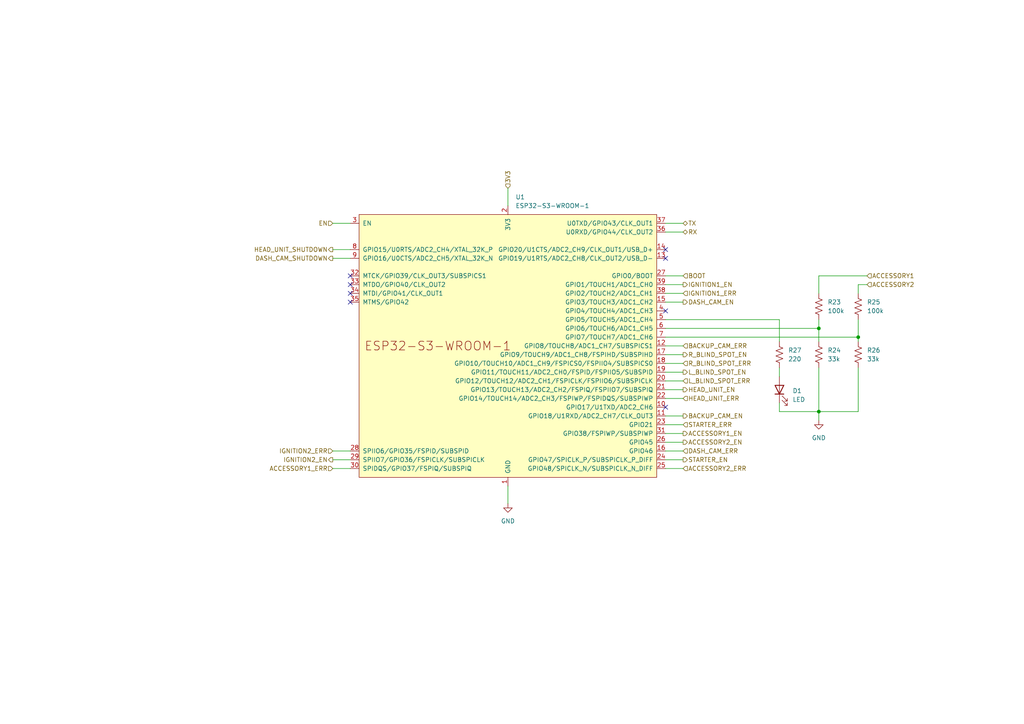
<source format=kicad_sch>
(kicad_sch (version 20230121) (generator eeschema)
  (paper "A4")
  (title_block (title "Control Module") (date "2023-11-22") (company "J2B") (comment 1 "Author: Ben Martens"))
  (lib_symbols
    (symbol "Device:LED" (pin_numbers hide) (pin_names (offset 1.016) hide)
      (property "Reference" "D" (at 0 2.54 0))
      (property "Value" "LED" (at 0 -2.54 0))
      (symbol "LED_0_1"
        (polyline (pts (xy -1.27 -1.27) (xy -1.27 1.27)) (stroke (width 0.254)))
        (polyline (pts (xy -1.27 0) (xy 1.27 0)))
        (polyline (pts (xy 1.27 -1.27) (xy 1.27 1.27) (xy -1.27 0) (xy 1.27 -1.27)) (stroke (width 0.254)))
        (polyline (pts (xy -3.048 -0.762) (xy -4.572 -2.286) (xy -3.81 -2.286) (xy -4.572 -2.286) (xy -4.572 -1.524)))
        (polyline (pts (xy -1.778 -0.762) (xy -3.302 -2.286) (xy -2.54 -2.286) (xy -3.302 -2.286) (xy -3.302 -1.524)))
      )
      (symbol "LED_1_1"
        (pin passive line (at -3.81 0 0) (length 2.54) (name "K") (number "1"))
        (pin passive line (at 3.81 0 180) (length 2.54) (name "A") (number "2"))
      )
    )
    (symbol "Device:R_US" (pin_numbers hide) (pin_names (offset 0))
      (property "Reference" "R" (at 2.54 0 90))
      (property "Value" "R_US" (at -2.54 0 90))
      (symbol "R_US_0_1"
        (polyline (pts (xy 0 -2.286) (xy 0 -2.54)))
        (polyline (pts (xy 0 2.286) (xy 0 2.54)))
        (polyline (pts (xy 0 -0.762) (xy 1.016 -1.143) (xy 0 -1.524) (xy -1.016 -1.905) (xy 0 -2.286)))
        (polyline (pts (xy 0 0.762) (xy 1.016 0.381) (xy 0 0) (xy -1.016 -0.381) (xy 0 -0.762)))
        (polyline (pts (xy 0 2.286) (xy 1.016 1.905) (xy 0 1.524) (xy -1.016 1.143) (xy 0 0.762)))
      )
      (symbol "R_US_1_1"
        (pin passive line (at 0 3.81 270) (length 1.27) (name "~") (number "1"))
        (pin passive line (at 0 -3.81 90) (length 1.27) (name "~") (number "2"))
      )
    )
    (symbol "PCM_Espressif:ESP32-S3-WROOM-1" (pin_names (offset 1.016))
      (property "Reference" "U" (at -43.18 43.18 0))
      (property "Value" "ESP32-S3-WROOM-1" (at -43.18 40.64 0))
      (symbol "ESP32-S3-WROOM-1_0_0"
        (text "ESP32-S3-WROOM-1" (at -20.32 0 0) (effects (font (size 2.54 2.54))))
        (pin power_in line (at 0 -40.64 90) (length 2.54) (name "GND") (number "1"))
        (pin bidirectional line (at 45.72 -17.78 180) (length 2.54) (name "GPIO17/U1TXD/ADC2_CH6") (number "10"))
        (pin bidirectional line (at 45.72 -20.32 180) (length 2.54) (name "GPIO18/U1RXD/ADC2_CH7/CLK_OUT3") (number "11"))
        (pin bidirectional line (at 45.72 0 180) (length 2.54) (name "GPIO8/TOUCH8/ADC1_CH7/SUBSPICS1") (number "12"))
        (pin bidirectional line (at 45.72 25.4 180) (length 2.54) (name "GPIO19/U1RTS/ADC2_CH8/CLK_OUT2/USB_D-") (number "13"))
        (pin bidirectional line (at 45.72 27.94 180) (length 2.54) (name "GPIO20/U1CTS/ADC2_CH9/CLK_OUT1/USB_D+") (number "14"))
        (pin bidirectional line (at 45.72 12.7 180) (length 2.54) (name "GPIO3/TOUCH3/ADC1_CH2") (number "15"))
        (pin bidirectional line (at 45.72 -30.48 180) (length 2.54) (name "GPIO46") (number "16"))
        (pin bidirectional line (at 45.72 -2.54 180) (length 2.54) (name "GPIO9/TOUCH9/ADC1_CH8/FSPIHD/SUBSPIHD") (number "17"))
        (pin bidirectional line (at 45.72 -5.08 180) (length 2.54) (name "GPIO10/TOUCH10/ADC1_CH9/FSPICS0/FSPIIO4/SUBSPICS0") (number "18"))
        (pin bidirectional line (at 45.72 -7.62 180) (length 2.54) (name "GPIO11/TOUCH11/ADC2_CH0/FSPID/FSPIIO5/SUBSPID") (number "19"))
        (pin power_in line (at 0 40.64 270) (length 2.54) (name "3V3") (number "2"))
        (pin bidirectional line (at 45.72 -10.16 180) (length 2.54) (name "GPIO12/TOUCH12/ADC2_CH1/FSPICLK/FSPIIO6/SUBSPICLK") (number "20"))
        (pin bidirectional line (at 45.72 -12.7 180) (length 2.54) (name "GPIO13/TOUCH13/ADC2_CH2/FSPIQ/FSPIIO7/SUBSPIQ") (number "21"))
        (pin bidirectional line (at 45.72 -15.24 180) (length 2.54) (name "GPIO14/TOUCH14/ADC2_CH3/FSPIWP/FSPIDQS/SUBSPIWP") (number "22"))
        (pin bidirectional line (at 45.72 -22.86 180) (length 2.54) (name "GPIO21") (number "23"))
        (pin bidirectional line (at 45.72 -33.02 180) (length 2.54) (name "GPIO47/SPICLK_P/SUBSPICLK_P_DIFF") (number "24"))
        (pin bidirectional line (at 45.72 -35.56 180) (length 2.54) (name "GPIO48/SPICLK_N/SUBSPICLK_N_DIFF") (number "25"))
        (pin bidirectional line (at 45.72 -27.94 180) (length 2.54) (name "GPIO45") (number "26"))
        (pin bidirectional line (at 45.72 20.32 180) (length 2.54) (name "GPIO0/BOOT") (number "27"))
        (pin bidirectional line (at -45.72 -30.48 0) (length 2.54) (name "SPIIO6/GPIO35/FSPID/SUBSPID") (number "28"))
        (pin bidirectional line (at -45.72 -33.02 0) (length 2.54) (name "SPIIO7/GPIO36/FSPICLK/SUBSPICLK") (number "29"))
        (pin input line (at -45.72 35.56 0) (length 2.54) (name "EN") (number "3"))
        (pin bidirectional line (at -45.72 -35.56 0) (length 2.54) (name "SPIDQS/GPIO37/FSPIQ/SUBSPIQ") (number "30"))
        (pin bidirectional line (at 45.72 -25.4 180) (length 2.54) (name "GPIO38/FSPIWP/SUBSPIWP") (number "31"))
        (pin bidirectional line (at -45.72 20.32 0) (length 2.54) (name "MTCK/GPIO39/CLK_OUT3/SUBSPICS1") (number "32"))
        (pin bidirectional line (at -45.72 17.78 0) (length 2.54) (name "MTDO/GPIO40/CLK_OUT2") (number "33"))
        (pin bidirectional line (at -45.72 15.24 0) (length 2.54) (name "MTDI/GPIO41/CLK_OUT1") (number "34"))
        (pin bidirectional line (at -45.72 12.7 0) (length 2.54) (name "MTMS/GPIO42") (number "35"))
        (pin bidirectional line (at 45.72 33.02 180) (length 2.54) (name "U0RXD/GPIO44/CLK_OUT2") (number "36"))
        (pin bidirectional line (at 45.72 35.56 180) (length 2.54) (name "U0TXD/GPIO43/CLK_OUT1") (number "37"))
        (pin bidirectional line (at 45.72 15.24 180) (length 2.54) (name "GPIO2/TOUCH2/ADC1_CH1") (number "38"))
        (pin bidirectional line (at 45.72 17.78 180) (length 2.54) (name "GPIO1/TOUCH1/ADC1_CH0") (number "39"))
        (pin bidirectional line (at 45.72 10.16 180) (length 2.54) (name "GPIO4/TOUCH4/ADC1_CH3") (number "4"))
        (pin passive line (at 0 -40.64 90) (length 2.54) hide (name "GND") (number "40"))
        (pin passive line (at 0 -40.64 90) (length 2.54) hide (name "GND") (number "41"))
        (pin bidirectional line (at 45.72 7.62 180) (length 2.54) (name "GPIO5/TOUCH5/ADC1_CH4") (number "5"))
        (pin bidirectional line (at 45.72 5.08 180) (length 2.54) (name "GPIO6/TOUCH6/ADC1_CH5") (number "6"))
        (pin bidirectional line (at 45.72 2.54 180) (length 2.54) (name "GPIO7/TOUCH7/ADC1_CH6") (number "7"))
        (pin bidirectional line (at -45.72 27.94 0) (length 2.54) (name "GPIO15/U0RTS/ADC2_CH4/XTAL_32K_P") (number "8"))
        (pin bidirectional line (at -45.72 25.4 0) (length 2.54) (name "GPIO16/U0CTS/ADC2_CH5/XTAL_32K_N") (number "9"))
      )
      (symbol "ESP32-S3-WROOM-1_0_1"
        (rectangle (start -43.18 38.1) (end 43.18 -38.1) (fill (type background)))
      )
    )
    (symbol "power:GND" (power) (pin_names (offset 0))
      (property "Value" "GND" (at 0 -3.81 0))
      (symbol "GND_0_1"
        (polyline (pts (xy 0 0) (xy 0 -1.27) (xy 1.27 -1.27) (xy 0 -2.54) (xy -1.27 -1.27) (xy 0 -1.27)))
      )
      (symbol "GND_1_1"
        (pin power_in line (at 0 0 270) (length 0) hide (name "GND") (number "1"))
      )
    )
  )
  (junction (at 237.49 119.38))
  (junction (at 237.49 95.25))
  (junction (at 248.92 97.79))
  (no_connect (at 101.6 87.63))
  (no_connect (at 193.04 72.39))
  (no_connect (at 193.04 74.93))
  (no_connect (at 101.6 85.09))
  (no_connect (at 193.04 118.11))
  (no_connect (at 193.04 90.17))
  (no_connect (at 101.6 82.55))
  (no_connect (at 101.6 80.01))
  (wire (pts (xy 248.92 92.71) (xy 248.92 97.79)))
  (wire (pts (xy 96.52 130.81) (xy 101.6 130.81)))
  (wire (pts (xy 193.04 133.35) (xy 198.12 133.35)))
  (wire (pts (xy 147.32 140.97) (xy 147.32 146.05)))
  (wire (pts (xy 248.92 106.68) (xy 248.92 119.38)))
  (wire (pts (xy 96.52 74.93) (xy 101.6 74.93)))
  (wire (pts (xy 193.04 92.71) (xy 226.06 92.71)))
  (wire (pts (xy 193.04 64.77) (xy 198.12 64.77)))
  (wire (pts (xy 193.04 107.95) (xy 198.12 107.95)))
  (wire (pts (xy 193.04 128.27) (xy 198.12 128.27)))
  (wire (pts (xy 193.04 105.41) (xy 198.12 105.41)))
  (wire (pts (xy 193.04 102.87) (xy 198.12 102.87)))
  (wire (pts (xy 193.04 125.73) (xy 198.12 125.73)))
  (wire (pts (xy 193.04 110.49) (xy 198.12 110.49)))
  (wire (pts (xy 193.04 82.55) (xy 198.12 82.55)))
  (wire (pts (xy 226.06 92.71) (xy 226.06 99.06)))
  (wire (pts (xy 193.04 85.09) (xy 198.12 85.09)))
  (wire (pts (xy 226.06 116.84) (xy 226.06 119.38)))
  (wire (pts (xy 193.04 123.19) (xy 198.12 123.19)))
  (wire (pts (xy 193.04 135.89) (xy 198.12 135.89)))
  (wire (pts (xy 237.49 80.01) (xy 251.46 80.01)))
  (wire (pts (xy 193.04 115.57) (xy 198.12 115.57)))
  (wire (pts (xy 193.04 113.03) (xy 198.12 113.03)))
  (wire (pts (xy 96.52 72.39) (xy 101.6 72.39)))
  (wire (pts (xy 193.04 95.25) (xy 237.49 95.25)))
  (wire (pts (xy 193.04 87.63) (xy 198.12 87.63)))
  (wire (pts (xy 237.49 85.09) (xy 237.49 80.01)))
  (wire (pts (xy 96.52 135.89) (xy 101.6 135.89)))
  (wire (pts (xy 96.52 64.77) (xy 101.6 64.77)))
  (wire (pts (xy 193.04 130.81) (xy 198.12 130.81)))
  (wire (pts (xy 237.49 106.68) (xy 237.49 119.38)))
  (wire (pts (xy 237.49 92.71) (xy 237.49 95.25)))
  (wire (pts (xy 248.92 85.09) (xy 248.92 82.55)))
  (wire (pts (xy 193.04 67.31) (xy 198.12 67.31)))
  (wire (pts (xy 96.52 133.35) (xy 101.6 133.35)))
  (wire (pts (xy 226.06 119.38) (xy 237.49 119.38)))
  (wire (pts (xy 193.04 80.01) (xy 198.12 80.01)))
  (wire (pts (xy 193.04 120.65) (xy 198.12 120.65)))
  (wire (pts (xy 226.06 106.68) (xy 226.06 109.22)))
  (wire (pts (xy 193.04 100.33) (xy 198.12 100.33)))
  (wire (pts (xy 248.92 82.55) (xy 251.46 82.55)))
  (wire (pts (xy 248.92 97.79) (xy 248.92 99.06)))
  (wire (pts (xy 193.04 97.79) (xy 248.92 97.79)))
  (wire (pts (xy 248.92 119.38) (xy 237.49 119.38)))
  (wire (pts (xy 237.49 95.25) (xy 237.49 99.06)))
  (wire (pts (xy 237.49 119.38) (xy 237.49 121.92)))
  (wire (pts (xy 147.32 54.61) (xy 147.32 59.69)))
  (hierarchical_label "EN" (shape input) (at 96.52 64.77 180))
  (hierarchical_label "STARTER_EN" (shape output) (at 198.12 133.35 0))
  (hierarchical_label "ACCESSORY1_ERR" (shape input) (at 96.52 135.89 180))
  (hierarchical_label "ACCESSORY2_EN" (shape output) (at 198.12 128.27 0))
  (hierarchical_label "R_BLIND_SPOT_EN" (shape output) (at 198.12 102.87 0))
  (hierarchical_label "HEAD_UNIT_ERR" (shape input) (at 198.12 115.57 0))
  (hierarchical_label "BACKUP_CAM_EN" (shape output) (at 198.12 120.65 0))
  (hierarchical_label "IGNITION1_ERR" (shape input) (at 198.12 85.09 0))
  (hierarchical_label "IGNITION2_ERR" (shape input) (at 96.52 130.81 180))
  (hierarchical_label "ACCESSORY1" (shape input) (at 251.46 80.01 0))
  (hierarchical_label "DASH_CAM_EN" (shape output) (at 198.12 87.63 0))
  (hierarchical_label "ACCESSORY2_ERR" (shape input) (at 198.12 135.89 0))
  (hierarchical_label "STARTER_ERR" (shape input) (at 198.12 123.19 0))
  (hierarchical_label "3V3" (shape input) (at 147.32 54.61 90))
  (hierarchical_label "BOOT" (shape input) (at 198.12 80.01 0))
  (hierarchical_label "ACCESSORY2" (shape input) (at 251.46 82.55 0))
  (hierarchical_label "IGNITION2_EN" (shape output) (at 96.52 133.35 180))
  (hierarchical_label "HEAD_UNIT_SHUTDOWN" (shape output) (at 96.52 72.39 180))
  (hierarchical_label "L_BLIND_SPOT_ERR" (shape input) (at 198.12 110.49 0))
  (hierarchical_label "RX" (shape bidirectional) (at 198.12 67.31 0))
  (hierarchical_label "DASH_CAM_SHUTDOWN" (shape output) (at 96.52 74.93 180))
  (hierarchical_label "BACKUP_CAM_ERR" (shape input) (at 198.12 100.33 0))
  (hierarchical_label "IGNITION1_EN" (shape output) (at 198.12 82.55 0))
  (hierarchical_label "DASH_CAM_ERR" (shape input) (at 198.12 130.81 0))
  (hierarchical_label "ACCESSORY1_EN" (shape output) (at 198.12 125.73 0))
  (hierarchical_label "HEAD_UNIT_EN" (shape output) (at 198.12 113.03 0))
  (hierarchical_label "TX" (shape bidirectional) (at 198.12 64.77 0))
  (hierarchical_label "L_BLIND_SPOT_EN" (shape output) (at 198.12 107.95 0))
  (hierarchical_label "R_BLIND_SPOT_ERR" (shape input) (at 198.12 105.41 0))
  (symbol (lib_id "Device:R_US") (at 237.49 88.9 0) (unit 1)
    (property "Reference" "R23" (at 240.03 87.63 0) (effects (justify left)))
    (property "Value" "100k" (at 240.03 90.17 0) (effects (justify left)))
    (property "Footprint" "Resistor_SMD:R_0603_1608Metric" (effects hide))
  )
  (symbol (lib_id "Device:R_US") (at 248.92 88.9 0) (unit 1)
    (property "Reference" "R25" (at 251.46 87.63 0) (effects (justify left)))
    (property "Value" "100k" (at 251.46 90.17 0) (effects (justify left)))
    (property "Footprint" "Resistor_SMD:R_0603_1608Metric" (effects hide))
  )
  (symbol (lib_id "power:GND") (at 237.49 121.92 0) (unit 1)
    (property "Reference" "#PWR032" (effects hide))
    (property "Value" "GND" (at 237.49 127 0))
  )
  (symbol (lib_id "power:GND") (at 147.32 146.05 0) (unit 1)
    (property "Reference" "#PWR03" (effects hide))
    (property "Value" "GND" (at 147.32 151.13 0))
  )
  (symbol (lib_id "Device:R_US") (at 226.06 102.87 0) (unit 1)
    (property "Reference" "R27" (at 228.6 101.6 0) (effects (justify left)))
    (property "Value" "220" (at 228.6 104.14 0) (effects (justify left)))
    (property "Footprint" "Resistor_SMD:R_0603_1608Metric" (effects hide))
  )
  (symbol (lib_id "Device:LED") (at 226.06 113.03 90) (unit 1)
    (property "Reference" "D1" (at 229.87 113.3475 90) (effects (justify right)))
    (property "Value" "LED" (at 229.87 115.8875 90) (effects (justify right)))
    (property "Footprint" "LED_SMD:LED_0603_1608Metric" (effects hide))
  )
  (symbol (lib_id "Device:R_US") (at 237.49 102.87 0) (unit 1)
    (property "Reference" "R24" (at 240.03 101.6 0) (effects (justify left)))
    (property "Value" "33k" (at 240.03 104.14 0) (effects (justify left)))
    (property "Footprint" "Resistor_SMD:R_0603_1608Metric" (effects hide))
  )
  (symbol (lib_id "Device:R_US") (at 248.92 102.87 0) (unit 1)
    (property "Reference" "R26" (at 251.46 101.6 0) (effects (justify left)))
    (property "Value" "33k" (at 251.46 104.14 0) (effects (justify left)))
    (property "Footprint" "Resistor_SMD:R_0603_1608Metric" (effects hide))
  )
  (symbol (lib_id "PCM_Espressif:ESP32-S3-WROOM-1") (at 147.32 100.33 0) (unit 1)
    (property "Reference" "U1" (at 149.5141 57.15 0) (effects (justify left)))
    (property "Value" "ESP32-S3-WROOM-1" (at 149.5141 59.69 0) (effects (justify left)))
    (property "Footprint" "PCM_Espressif:ESP32-S3-WROOM-1" (effects hide))
    (property "Datasheet" "https://www.espressif.com/sites/default/files/documentation/esp32-s3-wroom-1_wroom-1u_datasheet_en.pdf" (effects hide))
  )
)
</source>
